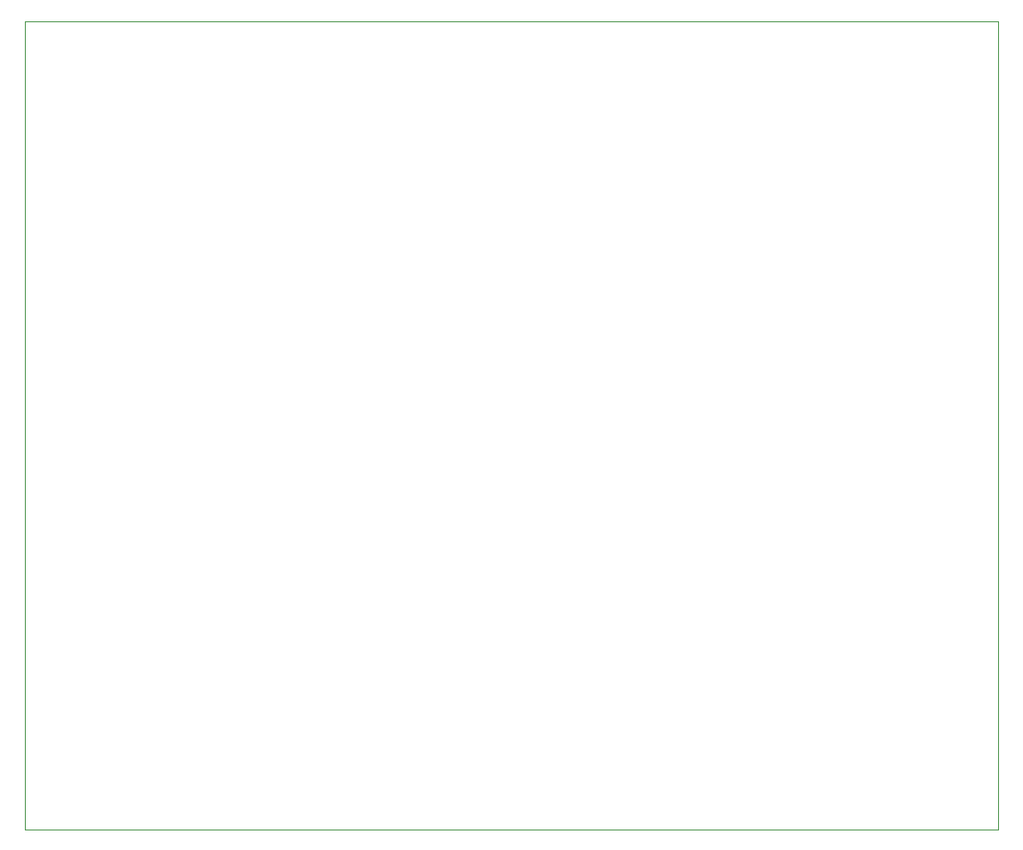
<source format=gm1>
G04 #@! TF.GenerationSoftware,KiCad,Pcbnew,(5.1.0)-1*
G04 #@! TF.CreationDate,2019-05-23T23:37:31-04:00*
G04 #@! TF.ProjectId,KITT Voicebox 12v,4b495454-2056-46f6-9963-65626f782031,rev?*
G04 #@! TF.SameCoordinates,Original*
G04 #@! TF.FileFunction,Profile,NP*
%FSLAX46Y46*%
G04 Gerber Fmt 4.6, Leading zero omitted, Abs format (unit mm)*
G04 Created by KiCad (PCBNEW (5.1.0)-1) date 2019-05-23 23:37:31*
%MOMM*%
%LPD*%
G04 APERTURE LIST*
%ADD10C,0.100000*%
G04 APERTURE END LIST*
D10*
X185420000Y-45720000D02*
X92710000Y-45720000D01*
X185420000Y-122682000D02*
X185420000Y-45720000D01*
X92710000Y-122682000D02*
X185420000Y-122682000D01*
X92710000Y-45720000D02*
X92710000Y-122682000D01*
M02*

</source>
